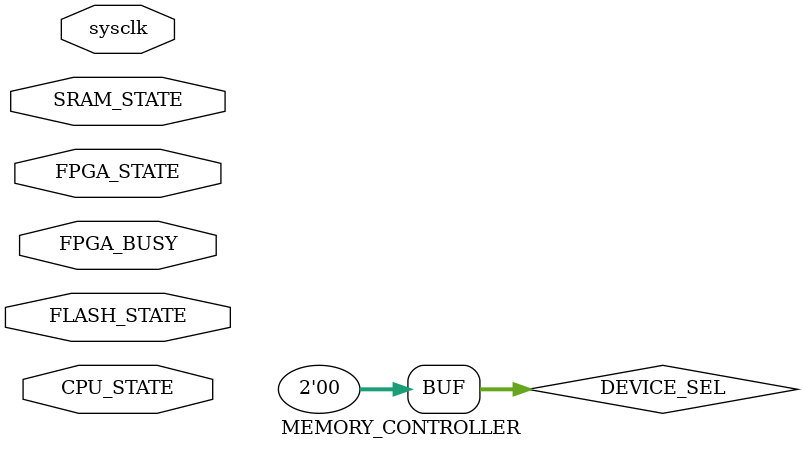
<source format=v>
module MEMORY_CONTROLLER
#(
  parameter ADDR_W = 17,
  parameter DATA_W = 8
)
(
    input       sysclk,
    input       FPGA_BUSY,
    input [1:0] FPGA_STATE,
    input [1:0] SRAM_STATE,
    input [1:0] FLASH_STATE,
    input [1:0] CPU_STATE
);


localparam STATE_IDLE      = 0;
localparam STATE_READ      = 1;
localparam STATE_WRITE     = 2;

localparam TRI_HI_Z        =1'bZ;

reg [1:0] DEVICE_SEL = 0;

always @ (posedge sysclk)
  begin
    
  end

always @ (DEVICE_SEL)
  begin
    
  end

endmodule




/*

if

*/

</source>
